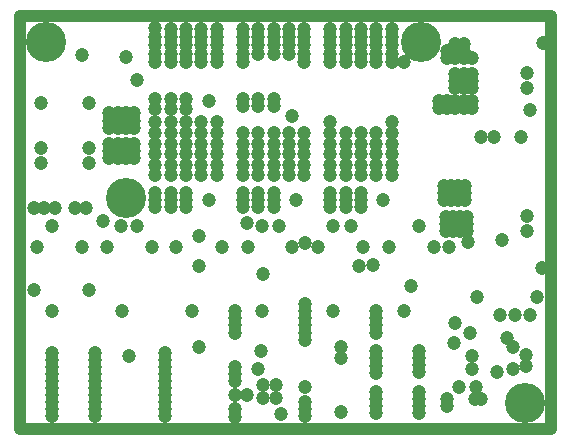
<source format=gbr>
%TF.GenerationSoftware,Altium Limited,Altium Designer,21.4.1 (30)*%
G04 Layer_Physical_Order=6*
G04 Layer_Color=32768*
%FSLAX26Y26*%
%MOIN*%
%TF.SameCoordinates,1A054405-282A-4FF3-8963-BB1B344CA64D*%
%TF.FilePolarity,Negative*%
%TF.FileFunction,Copper,L6,Inr,Plane*%
%TF.Part,Single*%
G01*
G75*
%TA.AperFunction,NonConductor*%
%ADD30C,0.040000*%
%TA.AperFunction,ViaPad*%
%ADD31C,0.133858*%
%ADD32C,0.047244*%
D30*
X0Y0D02*
X1771653D01*
Y1377953D01*
X0D02*
X1771653D01*
X0Y0D02*
Y1377953D01*
D31*
X1338582Y1291339D02*
D03*
X86614D02*
D03*
X354330Y771653D02*
D03*
X1685040Y86615D02*
D03*
D32*
X598425Y645669D02*
D03*
X337598Y677167D02*
D03*
X952756Y621287D02*
D03*
X812008Y517990D02*
D03*
X863190Y677165D02*
D03*
X1303150Y476378D02*
D03*
X1331692Y677165D02*
D03*
X1432295Y606299D02*
D03*
X909448Y1043307D02*
D03*
X1103348Y677167D02*
D03*
X1282086Y1224409D02*
D03*
X389764Y1165354D02*
D03*
X757874Y687008D02*
D03*
X452756Y765921D02*
D03*
Y740331D02*
D03*
X757874Y114173D02*
D03*
X279528Y692913D02*
D03*
X1692914Y661417D02*
D03*
X795276Y740331D02*
D03*
X208858Y606299D02*
D03*
X1232284D02*
D03*
X1484252Y811024D02*
D03*
X1437008Y763779D02*
D03*
X1413386D02*
D03*
X1460630Y787750D02*
D03*
X1437008Y787402D02*
D03*
Y811024D02*
D03*
X1413386D02*
D03*
Y787402D02*
D03*
X1460630Y811371D02*
D03*
X1484252Y763779D02*
D03*
Y787402D02*
D03*
X1460630Y764128D02*
D03*
X1643085Y273623D02*
D03*
X1623114Y303149D02*
D03*
X1507874Y244094D02*
D03*
X855314Y105315D02*
D03*
X812008D02*
D03*
X855314Y148621D02*
D03*
X812008D02*
D03*
X872048Y51181D02*
D03*
X952756Y90551D02*
D03*
X1688976Y247046D02*
D03*
X1129922Y543307D02*
D03*
X1177165Y549213D02*
D03*
X1500128Y320867D02*
D03*
X1448818Y288385D02*
D03*
X629922Y763953D02*
D03*
X555118Y787575D02*
D03*
Y765921D02*
D03*
Y740331D02*
D03*
X503938Y763953D02*
D03*
Y787575D02*
D03*
X1522406Y139763D02*
D03*
X1465320D02*
D03*
X1591326Y190083D02*
D03*
X1724409Y440944D02*
D03*
X1688976Y212598D02*
D03*
X1643085Y200787D02*
D03*
X1507874D02*
D03*
X108858Y393701D02*
D03*
X341142D02*
D03*
X573426D02*
D03*
X1282086D02*
D03*
X208662Y1248031D02*
D03*
X354330Y1240157D02*
D03*
X232284Y887401D02*
D03*
X1652362Y379921D02*
D03*
X1602362D02*
D03*
X1523851Y440944D02*
D03*
X1739707Y536283D02*
D03*
X1493864Y624471D02*
D03*
X1702362Y379921D02*
D03*
X795276Y202755D02*
D03*
X806102Y259843D02*
D03*
X1692914Y711221D02*
D03*
X1452983Y353625D02*
D03*
X1700788Y1063977D02*
D03*
X1692914Y1187599D02*
D03*
X1607511Y630906D02*
D03*
X1746203Y1287599D02*
D03*
X1692914Y1137599D02*
D03*
X1539370Y974409D02*
D03*
X1582678D02*
D03*
X1671260D02*
D03*
X1145670Y606299D02*
D03*
X996064D02*
D03*
X1070866Y273623D02*
D03*
Y237207D02*
D03*
Y58073D02*
D03*
X598284Y543307D02*
D03*
Y273623D02*
D03*
X809646Y393701D02*
D03*
X366142Y244095D02*
D03*
X232284Y1087401D02*
D03*
Y464986D02*
D03*
X220472Y736221D02*
D03*
X185039D02*
D03*
X232284Y937401D02*
D03*
X118110Y736221D02*
D03*
X82677D02*
D03*
X47244D02*
D03*
X70866Y887401D02*
D03*
Y937401D02*
D03*
X47244Y464567D02*
D03*
X109254Y677167D02*
D03*
X522884Y606299D02*
D03*
X58858D02*
D03*
X70866Y1087401D02*
D03*
X1212796Y763953D02*
D03*
X921456D02*
D03*
X381890Y1027559D02*
D03*
X299212D02*
D03*
Y1003937D02*
D03*
Y1055117D02*
D03*
X326772Y1003937D02*
D03*
X354330Y1027559D02*
D03*
X503938Y1334645D02*
D03*
X354330Y1055119D02*
D03*
X326772D02*
D03*
X381890D02*
D03*
Y1003937D02*
D03*
X452756Y1279527D02*
D03*
Y1224409D02*
D03*
Y1307087D02*
D03*
Y1338579D02*
D03*
X326772Y1027559D02*
D03*
X354330Y1003937D02*
D03*
X250492Y255905D02*
D03*
X717008Y393371D02*
D03*
X452756Y1251969D02*
D03*
X1188976Y101377D02*
D03*
Y124999D02*
D03*
X716536Y66929D02*
D03*
Y41337D02*
D03*
Y114173D02*
D03*
Y161417D02*
D03*
Y185039D02*
D03*
Y208661D02*
D03*
Y346457D02*
D03*
Y370079D02*
D03*
Y320867D02*
D03*
X1188976Y259843D02*
D03*
Y322835D02*
D03*
Y393701D02*
D03*
Y370079D02*
D03*
Y346457D02*
D03*
Y236221D02*
D03*
Y55119D02*
D03*
Y212599D02*
D03*
Y78741D02*
D03*
Y188977D02*
D03*
X250492Y90551D02*
D03*
Y66929D02*
D03*
Y114173D02*
D03*
Y43307D02*
D03*
Y137795D02*
D03*
Y208661D02*
D03*
Y232283D02*
D03*
Y185039D02*
D03*
Y161417D02*
D03*
X1240158Y1224409D02*
D03*
Y1279527D02*
D03*
Y1307087D02*
D03*
Y1334645D02*
D03*
Y1251969D02*
D03*
X795276D02*
D03*
X846456D02*
D03*
X897638D02*
D03*
X1137796Y1334645D02*
D03*
X1035434D02*
D03*
X1086614D02*
D03*
X1188976D02*
D03*
X606300D02*
D03*
X657480D02*
D03*
X555118D02*
D03*
X657480Y1279527D02*
D03*
Y1307087D02*
D03*
Y1224409D02*
D03*
Y1251969D02*
D03*
X1035434Y1279527D02*
D03*
Y1307087D02*
D03*
Y1224409D02*
D03*
Y1251969D02*
D03*
X744094Y1279527D02*
D03*
Y1307087D02*
D03*
Y1224409D02*
D03*
Y1251969D02*
D03*
X948820D02*
D03*
Y1224409D02*
D03*
Y1307087D02*
D03*
Y1279527D02*
D03*
X846456Y1334645D02*
D03*
X744094D02*
D03*
X795276D02*
D03*
X948820D02*
D03*
X897638D02*
D03*
Y1307087D02*
D03*
Y1279527D02*
D03*
X846456D02*
D03*
Y1307087D02*
D03*
X795276D02*
D03*
Y1279527D02*
D03*
X1137796Y1224409D02*
D03*
X1188976D02*
D03*
X1086614D02*
D03*
Y1251969D02*
D03*
X1137796D02*
D03*
X1188976D02*
D03*
X1086614Y1279527D02*
D03*
X1137796Y1307087D02*
D03*
Y1279527D02*
D03*
X1188976D02*
D03*
Y1307087D02*
D03*
X1086614D02*
D03*
X555118Y1224409D02*
D03*
X606300D02*
D03*
X503938D02*
D03*
Y1251969D02*
D03*
X555118D02*
D03*
X606300D02*
D03*
X503938Y1279527D02*
D03*
Y1307087D02*
D03*
X555118D02*
D03*
Y1279527D02*
D03*
X606300D02*
D03*
Y1307087D02*
D03*
X1240159Y952755D02*
D03*
Y917323D02*
D03*
Y846457D02*
D03*
Y881889D02*
D03*
Y1023621D02*
D03*
Y988189D02*
D03*
X1188977D02*
D03*
Y881889D02*
D03*
Y846457D02*
D03*
Y917323D02*
D03*
Y952755D02*
D03*
X1137797Y988189D02*
D03*
Y881889D02*
D03*
Y846457D02*
D03*
Y917323D02*
D03*
Y952755D02*
D03*
X1086615Y988189D02*
D03*
Y881889D02*
D03*
Y846457D02*
D03*
Y917323D02*
D03*
Y952755D02*
D03*
X1035435D02*
D03*
Y917323D02*
D03*
Y846457D02*
D03*
Y881889D02*
D03*
Y1023621D02*
D03*
Y988189D02*
D03*
X909448Y606299D02*
D03*
X897639Y988189D02*
D03*
X795277D02*
D03*
X846457D02*
D03*
X795276Y1102363D02*
D03*
X846456D02*
D03*
X1421260Y708661D02*
D03*
Y661417D02*
D03*
X1444882Y708661D02*
D03*
X1468504Y685039D02*
D03*
X1492126Y661417D02*
D03*
X1444882Y661417D02*
D03*
X1421260Y685039D02*
D03*
X1444882D02*
D03*
X1468504Y661417D02*
D03*
X1492126Y685039D02*
D03*
Y708661D02*
D03*
X1468504Y708661D02*
D03*
X744094Y1102363D02*
D03*
Y1078741D02*
D03*
X744095Y988189D02*
D03*
Y881889D02*
D03*
Y846457D02*
D03*
Y917323D02*
D03*
Y952755D02*
D03*
X795277D02*
D03*
Y917323D02*
D03*
Y846457D02*
D03*
Y881889D02*
D03*
X795276Y1078741D02*
D03*
X846457Y952755D02*
D03*
Y917323D02*
D03*
Y846457D02*
D03*
Y881889D02*
D03*
X846456Y1078741D02*
D03*
X897639Y952755D02*
D03*
Y917323D02*
D03*
Y846457D02*
D03*
Y881889D02*
D03*
X948819Y988189D02*
D03*
Y881889D02*
D03*
Y846457D02*
D03*
Y917323D02*
D03*
Y952755D02*
D03*
X1452756Y1185039D02*
D03*
X1480316Y1161417D02*
D03*
X1507874Y1185039D02*
D03*
Y1161417D02*
D03*
X1480316Y1185039D02*
D03*
X1452756Y1161417D02*
D03*
X1507874Y1137795D02*
D03*
X1480316D02*
D03*
X1452756D02*
D03*
X1397638Y1070865D02*
D03*
X1425196Y1094489D02*
D03*
X1452756Y1070865D02*
D03*
Y1094489D02*
D03*
X1507874Y1070865D02*
D03*
X1397638Y1094489D02*
D03*
X1480316D02*
D03*
Y1070865D02*
D03*
X1425196D02*
D03*
X1507874Y1094489D02*
D03*
X1045866Y677167D02*
D03*
X809646D02*
D03*
X391142D02*
D03*
X629922Y1094489D02*
D03*
X759842Y606299D02*
D03*
X291142D02*
D03*
X441142D02*
D03*
X1425196Y1260391D02*
D03*
X1452564Y1236769D02*
D03*
X1480124D02*
D03*
X1507682D02*
D03*
X1425196D02*
D03*
X1480124Y1260391D02*
D03*
Y1284013D02*
D03*
X1452564D02*
D03*
Y1260391D02*
D03*
X657481Y952755D02*
D03*
Y917323D02*
D03*
Y846457D02*
D03*
Y881889D02*
D03*
Y1023621D02*
D03*
Y988189D02*
D03*
X606301D02*
D03*
Y1023621D02*
D03*
Y881889D02*
D03*
Y846457D02*
D03*
Y917323D02*
D03*
Y952755D02*
D03*
X555118Y1102363D02*
D03*
Y1066929D02*
D03*
X555119Y988189D02*
D03*
Y1023621D02*
D03*
Y881889D02*
D03*
Y846457D02*
D03*
Y917323D02*
D03*
Y952755D02*
D03*
X503938Y1102363D02*
D03*
Y1066929D02*
D03*
X503939Y988189D02*
D03*
Y1023621D02*
D03*
Y881889D02*
D03*
Y846457D02*
D03*
Y917323D02*
D03*
Y952755D02*
D03*
X452757D02*
D03*
Y917323D02*
D03*
Y846457D02*
D03*
Y881889D02*
D03*
Y1023621D02*
D03*
Y988189D02*
D03*
X452756Y1066929D02*
D03*
Y1102363D02*
D03*
X299212Y929133D02*
D03*
X381890Y952755D02*
D03*
X354330Y929133D02*
D03*
X299212Y952755D02*
D03*
Y905511D02*
D03*
X326772Y952755D02*
D03*
Y905511D02*
D03*
X354330Y952755D02*
D03*
Y905511D02*
D03*
X381890D02*
D03*
Y929133D02*
D03*
X326772D02*
D03*
X484252Y43307D02*
D03*
X1539370Y102363D02*
D03*
X1425196Y78741D02*
D03*
X673228Y606299D02*
D03*
X744094Y787401D02*
D03*
X503938Y740331D02*
D03*
X1381890Y606299D02*
D03*
X1425196Y102363D02*
D03*
X1519682D02*
D03*
X1332086Y189963D02*
D03*
Y237207D02*
D03*
Y55119D02*
D03*
Y213585D02*
D03*
Y102363D02*
D03*
Y260829D02*
D03*
Y78741D02*
D03*
Y125985D02*
D03*
X952756Y322835D02*
D03*
Y346457D02*
D03*
Y417323D02*
D03*
Y393701D02*
D03*
Y370079D02*
D03*
Y299213D02*
D03*
X952754Y139763D02*
D03*
X952756Y43307D02*
D03*
Y66929D02*
D03*
X484252Y90551D02*
D03*
Y66929D02*
D03*
Y114173D02*
D03*
Y137795D02*
D03*
Y208661D02*
D03*
Y232283D02*
D03*
Y255905D02*
D03*
Y185039D02*
D03*
Y161417D02*
D03*
X109254D02*
D03*
Y185039D02*
D03*
Y255905D02*
D03*
Y232283D02*
D03*
Y208661D02*
D03*
Y137795D02*
D03*
Y43307D02*
D03*
Y114173D02*
D03*
Y66929D02*
D03*
Y90551D02*
D03*
X1035434Y787575D02*
D03*
Y765921D02*
D03*
Y740331D02*
D03*
X744094Y740157D02*
D03*
Y765747D02*
D03*
X452756Y787575D02*
D03*
X1137796Y765921D02*
D03*
X1086614Y787749D02*
D03*
Y740505D02*
D03*
X1137796Y787575D02*
D03*
Y740331D02*
D03*
X1086614Y764127D02*
D03*
X846456Y765747D02*
D03*
X795276Y787575D02*
D03*
X846456Y787401D02*
D03*
Y740157D02*
D03*
X795276Y763953D02*
D03*
X1045866Y393701D02*
D03*
%TF.MD5,0c575fa7b53a10340cf7e3ee85ab0580*%
M02*

</source>
